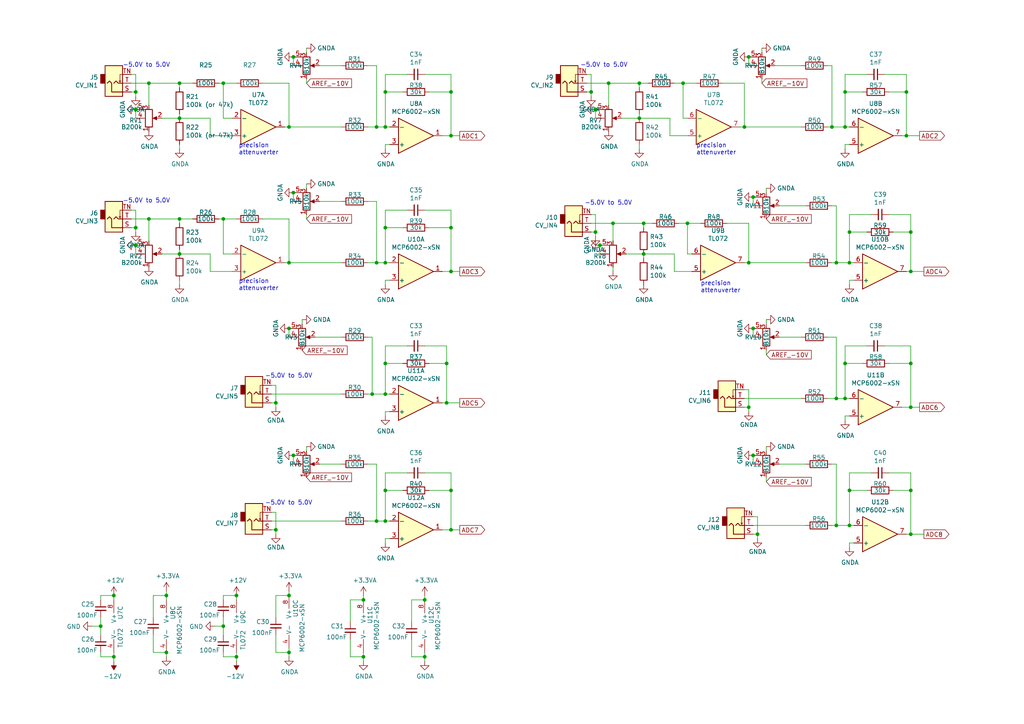
<source format=kicad_sch>
(kicad_sch (version 20211123) (generator eeschema)
  (paper "A4")
  (junction (at 186.69 73.66))
  (junction (at 215.9 36.83))
  (junction (at 83.82 95.25))
  (junction (at 123.19 173.99))
  (junction (at 83.82 189.23))
  (junction (at 64.77 63.5))
  (junction (at 68.58 190.5))
  (junction (at 245.11 36.83))
  (junction (at 109.22 36.83))
  (junction (at 111.76 142.24))
  (junction (at 217.17 16.51))
  (junction (at 172.72 67.31))
  (junction (at 245.11 105.41))
  (junction (at 264.16 154.94))
  (junction (at 264.16 78.74))
  (junction (at 29.21 181.61))
  (junction (at 173.99 71.12))
  (junction (at 185.42 24.13))
  (junction (at 52.07 34.29))
  (junction (at 245.11 115.57))
  (junction (at 39.37 26.67))
  (junction (at 39.37 71.12))
  (junction (at 245.11 26.67))
  (junction (at 242.57 76.2))
  (junction (at 218.44 57.15))
  (junction (at 218.44 132.08))
  (junction (at 129.54 116.84))
  (junction (at 130.81 153.67))
  (junction (at 111.76 26.67))
  (junction (at 129.54 105.41))
  (junction (at 43.18 63.5))
  (junction (at 52.07 73.66))
  (junction (at 109.22 76.2))
  (junction (at 105.41 173.99))
  (junction (at 130.81 39.37))
  (junction (at 48.26 172.72))
  (junction (at 111.76 36.83))
  (junction (at 217.17 76.2))
  (junction (at 172.72 31.75))
  (junction (at 217.17 118.11))
  (junction (at 262.89 39.37))
  (junction (at 107.95 114.3))
  (junction (at 130.81 78.74))
  (junction (at 52.07 24.13))
  (junction (at 111.76 114.3))
  (junction (at 85.09 132.08))
  (junction (at 52.07 63.5))
  (junction (at 64.77 24.13))
  (junction (at 39.37 66.04))
  (junction (at 105.41 190.5))
  (junction (at 242.57 115.57))
  (junction (at 246.38 76.2))
  (junction (at 83.82 36.83))
  (junction (at 111.76 105.41))
  (junction (at 85.09 16.51))
  (junction (at 177.8 64.77))
  (junction (at 264.16 105.41))
  (junction (at 39.37 31.75))
  (junction (at 33.02 190.5))
  (junction (at 198.12 24.13))
  (junction (at 241.3 36.83))
  (junction (at 64.77 181.61))
  (junction (at 33.02 172.72))
  (junction (at 264.16 142.24))
  (junction (at 111.76 151.13))
  (junction (at 199.39 64.77))
  (junction (at 171.45 26.67))
  (junction (at 130.81 26.67))
  (junction (at 80.01 116.84))
  (junction (at 264.16 67.31))
  (junction (at 218.44 95.25))
  (junction (at 83.82 172.72))
  (junction (at 219.71 154.94))
  (junction (at 109.22 151.13))
  (junction (at 246.38 142.24))
  (junction (at 242.57 152.4))
  (junction (at 176.53 24.13))
  (junction (at 123.19 190.5))
  (junction (at 264.16 118.11))
  (junction (at 43.18 24.13))
  (junction (at 68.58 172.72))
  (junction (at 80.01 153.67))
  (junction (at 185.42 34.29))
  (junction (at 85.09 55.88))
  (junction (at 111.76 76.2))
  (junction (at 262.89 26.67))
  (junction (at 130.81 142.24))
  (junction (at 246.38 152.4))
  (junction (at 186.69 64.77))
  (junction (at 246.38 67.31))
  (junction (at 83.82 76.2))
  (junction (at 130.81 66.04))
  (junction (at 111.76 66.04))
  (junction (at 48.26 189.23))
  (wire (pts (xy 209.55 24.13) (xy 215.9 24.13)))
  (wire (pts (xy 264.16 78.74) (xy 262.89 78.74)))
  (wire (pts (xy 111.76 41.91) (xy 113.03 41.91)))
  (wire (pts (xy 264.16 100.33) (xy 264.16 105.41)))
  (wire (pts (xy 257.81 137.16) (xy 264.16 137.16)))
  (wire (pts (xy 217.17 76.2) (xy 233.68 76.2)))
  (wire (pts (xy 171.45 26.67) (xy 170.18 26.67)))
  (wire (pts (xy 118.11 100.33) (xy 111.76 100.33)))
  (wire (pts (xy 111.76 36.83) (xy 109.22 36.83)))
  (wire (pts (xy 62.23 181.61) (xy 64.77 181.61)))
  (wire (pts (xy 111.76 76.2) (xy 109.22 76.2)))
  (wire (pts (xy 85.09 16.51) (xy 85.09 19.05)))
  (wire (pts (xy 226.06 134.62) (xy 233.68 134.62)))
  (wire (pts (xy 177.8 64.77) (xy 186.69 64.77)))
  (wire (pts (xy 52.07 82.55) (xy 52.07 81.28)))
  (wire (pts (xy 246.38 67.31) (xy 251.46 67.31)))
  (wire (pts (xy 46.99 34.29) (xy 52.07 34.29)))
  (wire (pts (xy 52.07 64.77) (xy 52.07 63.5)))
  (wire (pts (xy 123.19 190.5) (xy 123.19 189.23)))
  (wire (pts (xy 129.54 105.41) (xy 129.54 116.84)))
  (wire (pts (xy 218.44 152.4) (xy 233.68 152.4)))
  (wire (pts (xy 111.76 21.59) (xy 111.76 26.67)))
  (wire (pts (xy 109.22 151.13) (xy 106.68 151.13)))
  (wire (pts (xy 176.53 30.48) (xy 176.53 24.13)))
  (wire (pts (xy 267.97 78.74) (xy 264.16 78.74)))
  (wire (pts (xy 215.9 36.83) (xy 214.63 36.83)))
  (wire (pts (xy 111.76 151.13) (xy 111.76 142.24)))
  (wire (pts (xy 83.82 190.5) (xy 83.82 189.23)))
  (wire (pts (xy 39.37 21.59) (xy 39.37 26.67)))
  (wire (pts (xy 218.44 132.08) (xy 218.44 134.62)))
  (wire (pts (xy 219.71 149.86) (xy 219.71 154.94)))
  (wire (pts (xy 130.81 137.16) (xy 130.81 142.24)))
  (wire (pts (xy 78.74 114.3) (xy 99.06 114.3)))
  (wire (pts (xy 246.38 36.83) (xy 245.11 36.83)))
  (wire (pts (xy 217.17 118.11) (xy 215.9 118.11)))
  (wire (pts (xy 52.07 43.18) (xy 52.07 41.91)))
  (wire (pts (xy 257.81 26.67) (xy 262.89 26.67)))
  (wire (pts (xy 217.17 16.51) (xy 217.17 19.05)))
  (wire (pts (xy 80.01 153.67) (xy 78.74 153.67)))
  (wire (pts (xy 106.68 134.62) (xy 109.22 134.62)))
  (wire (pts (xy 185.42 43.18) (xy 185.42 41.91)))
  (wire (pts (xy 222.25 102.87) (xy 222.25 101.6)))
  (wire (pts (xy 111.76 82.55) (xy 111.76 81.28)))
  (wire (pts (xy 43.18 24.13) (xy 52.07 24.13)))
  (wire (pts (xy 60.96 73.66) (xy 60.96 78.74)))
  (wire (pts (xy 80.01 189.23) (xy 83.82 189.23)))
  (wire (pts (xy 44.45 179.07) (xy 44.45 172.72)))
  (wire (pts (xy 111.76 151.13) (xy 109.22 151.13)))
  (wire (pts (xy 78.74 151.13) (xy 99.06 151.13)))
  (wire (pts (xy 172.72 67.31) (xy 171.45 67.31)))
  (wire (pts (xy 68.58 190.5) (xy 64.77 190.5)))
  (wire (pts (xy 226.06 59.69) (xy 233.68 59.69)))
  (wire (pts (xy 173.99 71.12) (xy 173.99 73.66)))
  (wire (pts (xy 111.76 114.3) (xy 107.95 114.3)))
  (wire (pts (xy 68.58 172.72) (xy 68.58 173.99)))
  (wire (pts (xy 64.77 181.61) (xy 64.77 184.15)))
  (wire (pts (xy 266.7 118.11) (xy 264.16 118.11)))
  (wire (pts (xy 111.76 100.33) (xy 111.76 105.41)))
  (wire (pts (xy 123.19 172.72) (xy 123.19 173.99)))
  (wire (pts (xy 199.39 73.66) (xy 200.66 73.66)))
  (wire (pts (xy 43.18 30.48) (xy 43.18 24.13)))
  (wire (pts (xy 33.02 172.72) (xy 33.02 173.99)))
  (wire (pts (xy 215.9 24.13) (xy 215.9 36.83)))
  (wire (pts (xy 52.07 63.5) (xy 55.88 63.5)))
  (wire (pts (xy 222.25 139.7) (xy 222.25 138.43)))
  (wire (pts (xy 85.09 55.88) (xy 85.09 58.42)))
  (wire (pts (xy 92.71 19.05) (xy 99.06 19.05)))
  (wire (pts (xy 245.11 121.92) (xy 245.11 120.65)))
  (wire (pts (xy 80.01 184.15) (xy 80.01 189.23)))
  (wire (pts (xy 39.37 60.96) (xy 39.37 66.04)))
  (wire (pts (xy 123.19 100.33) (xy 129.54 100.33)))
  (wire (pts (xy 259.08 142.24) (xy 264.16 142.24)))
  (wire (pts (xy 64.77 73.66) (xy 67.31 73.66)))
  (wire (pts (xy 130.81 39.37) (xy 128.27 39.37)))
  (wire (pts (xy 52.07 25.4) (xy 52.07 24.13)))
  (wire (pts (xy 123.19 191.77) (xy 123.19 190.5)))
  (wire (pts (xy 80.01 148.59) (xy 80.01 153.67)))
  (wire (pts (xy 245.11 115.57) (xy 245.11 105.41)))
  (wire (pts (xy 220.98 24.13) (xy 220.98 22.86)))
  (wire (pts (xy 241.3 134.62) (xy 242.57 134.62)))
  (wire (pts (xy 111.76 60.96) (xy 111.76 66.04)))
  (wire (pts (xy 124.46 26.67) (xy 130.81 26.67)))
  (wire (pts (xy 256.54 100.33) (xy 264.16 100.33)))
  (wire (pts (xy 80.01 179.07) (xy 80.01 172.72)))
  (wire (pts (xy 38.1 63.5) (xy 43.18 63.5)))
  (wire (pts (xy 240.03 97.79) (xy 242.57 97.79)))
  (wire (pts (xy 217.17 64.77) (xy 217.17 76.2)))
  (wire (pts (xy 246.38 158.75) (xy 246.38 157.48)))
  (wire (pts (xy 180.34 34.29) (xy 185.42 34.29)))
  (wire (pts (xy 262.89 26.67) (xy 262.89 39.37)))
  (wire (pts (xy 52.07 72.39) (xy 52.07 73.66)))
  (wire (pts (xy 245.11 26.67) (xy 250.19 26.67)))
  (wire (pts (xy 199.39 64.77) (xy 199.39 73.66)))
  (wire (pts (xy 118.11 137.16) (xy 111.76 137.16)))
  (wire (pts (xy 246.38 152.4) (xy 242.57 152.4)))
  (wire (pts (xy 106.68 58.42) (xy 109.22 58.42)))
  (wire (pts (xy 242.57 115.57) (xy 240.03 115.57)))
  (wire (pts (xy 43.18 69.85) (xy 43.18 63.5)))
  (wire (pts (xy 246.38 81.28) (xy 247.65 81.28)))
  (wire (pts (xy 52.07 34.29) (xy 60.96 34.29)))
  (wire (pts (xy 68.58 172.72) (xy 64.77 172.72)))
  (wire (pts (xy 224.79 19.05) (xy 232.41 19.05)))
  (wire (pts (xy 39.37 66.04) (xy 38.1 66.04)))
  (wire (pts (xy 266.7 39.37) (xy 262.89 39.37)))
  (wire (pts (xy 39.37 71.12) (xy 39.37 73.66)))
  (wire (pts (xy 133.35 153.67) (xy 130.81 153.67)))
  (wire (pts (xy 185.42 34.29) (xy 194.31 34.29)))
  (wire (pts (xy 83.82 76.2) (xy 82.55 76.2)))
  (wire (pts (xy 88.9 53.34) (xy 88.9 54.61)))
  (wire (pts (xy 88.9 63.5) (xy 88.9 62.23)))
  (wire (pts (xy 88.9 24.13) (xy 88.9 22.86)))
  (wire (pts (xy 39.37 67.31) (xy 39.37 66.04)))
  (wire (pts (xy 85.09 132.08) (xy 85.09 134.62)))
  (wire (pts (xy 129.54 100.33) (xy 129.54 105.41)))
  (wire (pts (xy 83.82 36.83) (xy 82.55 36.83)))
  (wire (pts (xy 226.06 97.79) (xy 232.41 97.79)))
  (wire (pts (xy 92.71 58.42) (xy 99.06 58.42)))
  (wire (pts (xy 106.68 97.79) (xy 107.95 97.79)))
  (wire (pts (xy 76.2 63.5) (xy 83.82 63.5)))
  (wire (pts (xy 38.1 60.96) (xy 39.37 60.96)))
  (wire (pts (xy 241.3 36.83) (xy 240.03 36.83)))
  (wire (pts (xy 48.26 190.5) (xy 48.26 189.23)))
  (wire (pts (xy 133.35 116.84) (xy 129.54 116.84)))
  (wire (pts (xy 242.57 59.69) (xy 242.57 76.2)))
  (wire (pts (xy 246.38 157.48) (xy 247.65 157.48)))
  (wire (pts (xy 264.16 62.23) (xy 264.16 67.31)))
  (wire (pts (xy 52.07 24.13) (xy 55.88 24.13)))
  (wire (pts (xy 64.77 63.5) (xy 64.77 73.66)))
  (wire (pts (xy 109.22 76.2) (xy 106.68 76.2)))
  (wire (pts (xy 247.65 76.2) (xy 246.38 76.2)))
  (wire (pts (xy 80.01 172.72) (xy 83.82 172.72)))
  (wire (pts (xy 245.11 21.59) (xy 245.11 26.67)))
  (wire (pts (xy 105.41 191.77) (xy 105.41 190.5)))
  (wire (pts (xy 264.16 118.11) (xy 261.62 118.11)))
  (wire (pts (xy 92.71 134.62) (xy 99.06 134.62)))
  (wire (pts (xy 242.57 97.79) (xy 242.57 115.57)))
  (wire (pts (xy 48.26 171.45) (xy 48.26 172.72)))
  (wire (pts (xy 113.03 151.13) (xy 111.76 151.13)))
  (wire (pts (xy 246.38 142.24) (xy 251.46 142.24)))
  (wire (pts (xy 64.77 24.13) (xy 68.58 24.13)))
  (wire (pts (xy 252.73 62.23) (xy 246.38 62.23)))
  (wire (pts (xy 185.42 33.02) (xy 185.42 34.29)))
  (wire (pts (xy 186.69 64.77) (xy 189.23 64.77)))
  (wire (pts (xy 109.22 58.42) (xy 109.22 76.2)))
  (wire (pts (xy 29.21 179.07) (xy 29.21 181.61)))
  (wire (pts (xy 44.45 189.23) (xy 48.26 189.23)))
  (wire (pts (xy 63.5 24.13) (xy 64.77 24.13)))
  (wire (pts (xy 245.11 36.83) (xy 245.11 26.67)))
  (wire (pts (xy 194.31 34.29) (xy 194.31 39.37)))
  (wire (pts (xy 101.6 185.42) (xy 101.6 190.5)))
  (wire (pts (xy 111.76 157.48) (xy 111.76 156.21)))
  (wire (pts (xy 198.12 34.29) (xy 199.39 34.29)))
  (wire (pts (xy 111.76 26.67) (xy 116.84 26.67)))
  (wire (pts (xy 171.45 21.59) (xy 171.45 26.67)))
  (wire (pts (xy 130.81 153.67) (xy 128.27 153.67)))
  (wire (pts (xy 198.12 24.13) (xy 198.12 34.29)))
  (wire (pts (xy 130.81 66.04) (xy 130.81 78.74)))
  (wire (pts (xy 198.12 24.13) (xy 201.93 24.13)))
  (wire (pts (xy 185.42 24.13) (xy 187.96 24.13)))
  (wire (pts (xy 172.72 62.23) (xy 172.72 67.31)))
  (wire (pts (xy 246.38 115.57) (xy 245.11 115.57)))
  (wire (pts (xy 109.22 19.05) (xy 109.22 36.83)))
  (wire (pts (xy 113.03 76.2) (xy 111.76 76.2)))
  (wire (pts (xy 251.46 21.59) (xy 245.11 21.59)))
  (wire (pts (xy 215.9 36.83) (xy 232.41 36.83)))
  (wire (pts (xy 257.81 62.23) (xy 264.16 62.23)))
  (wire (pts (xy 64.77 179.07) (xy 64.77 181.61)))
  (wire (pts (xy 124.46 105.41) (xy 129.54 105.41)))
  (wire (pts (xy 118.11 60.96) (xy 111.76 60.96)))
  (wire (pts (xy 60.96 39.37) (xy 67.31 39.37)))
  (wire (pts (xy 245.11 43.18) (xy 245.11 41.91)))
  (wire (pts (xy 196.85 64.77) (xy 199.39 64.77)))
  (wire (pts (xy 240.03 19.05) (xy 241.3 19.05)))
  (wire (pts (xy 195.58 73.66) (xy 195.58 78.74)))
  (wire (pts (xy 111.76 66.04) (xy 116.84 66.04)))
  (wire (pts (xy 52.07 33.02) (xy 52.07 34.29)))
  (wire (pts (xy 64.77 24.13) (xy 64.77 34.29)))
  (wire (pts (xy 123.19 21.59) (xy 130.81 21.59)))
  (wire (pts (xy 251.46 100.33) (xy 245.11 100.33)))
  (wire (pts (xy 39.37 26.67) (xy 38.1 26.67)))
  (wire (pts (xy 64.77 34.29) (xy 67.31 34.29)))
  (wire (pts (xy 107.95 97.79) (xy 107.95 114.3)))
  (wire (pts (xy 130.81 26.67) (xy 130.81 39.37)))
  (wire (pts (xy 80.01 116.84) (xy 78.74 116.84)))
  (wire (pts (xy 111.76 142.24) (xy 116.84 142.24)))
  (wire (pts (xy 129.54 116.84) (xy 128.27 116.84)))
  (wire (pts (xy 181.61 73.66) (xy 186.69 73.66)))
  (wire (pts (xy 195.58 78.74) (xy 200.66 78.74)))
  (wire (pts (xy 247.65 152.4) (xy 246.38 152.4)))
  (wire (pts (xy 33.02 189.23) (xy 33.02 190.5)))
  (wire (pts (xy 222.25 129.54) (xy 222.25 130.81)))
  (wire (pts (xy 80.01 154.94) (xy 80.01 153.67)))
  (wire (pts (xy 83.82 63.5) (xy 83.82 76.2)))
  (wire (pts (xy 259.08 67.31) (xy 264.16 67.31)))
  (wire (pts (xy 177.8 69.85) (xy 177.8 64.77)))
  (wire (pts (xy 195.58 24.13) (xy 198.12 24.13)))
  (wire (pts (xy 133.35 39.37) (xy 130.81 39.37)))
  (wire (pts (xy 130.81 21.59) (xy 130.81 26.67)))
  (wire (pts (xy 123.19 137.16) (xy 130.81 137.16)))
  (wire (pts (xy 38.1 24.13) (xy 43.18 24.13)))
  (wire (pts (xy 194.31 39.37) (xy 199.39 39.37)))
  (wire (pts (xy 219.71 156.21) (xy 219.71 154.94)))
  (wire (pts (xy 88.9 129.54) (xy 88.9 130.81)))
  (wire (pts (xy 83.82 36.83) (xy 99.06 36.83)))
  (wire (pts (xy 222.25 92.71) (xy 222.25 93.98)))
  (wire (pts (xy 186.69 73.66) (xy 186.69 74.93)))
  (wire (pts (xy 222.25 54.61) (xy 222.25 55.88)))
  (wire (pts (xy 242.57 152.4) (xy 241.3 152.4)))
  (wire (pts (xy 26.67 181.61) (xy 29.21 181.61)))
  (wire (pts (xy 52.07 73.66) (xy 60.96 73.66)))
  (wire (pts (xy 177.8 78.74) (xy 177.8 77.47)))
  (wire (pts (xy 219.71 154.94) (xy 218.44 154.94)))
  (wire (pts (xy 105.41 172.72) (xy 105.41 173.99)))
  (wire (pts (xy 113.03 36.83) (xy 111.76 36.83)))
  (wire (pts (xy 246.38 152.4) (xy 246.38 142.24)))
  (wire (pts (xy 124.46 142.24) (xy 130.81 142.24)))
  (wire (pts (xy 88.9 13.97) (xy 88.9 15.24)))
  (wire (pts (xy 245.11 120.65) (xy 246.38 120.65)))
  (wire (pts (xy 64.77 190.5) (xy 64.77 189.23)))
  (wire (pts (xy 245.11 115.57) (xy 242.57 115.57)))
  (wire (pts (xy 217.17 76.2) (xy 215.9 76.2)))
  (wire (pts (xy 83.82 24.13) (xy 83.82 36.83)))
  (wire (pts (xy 210.82 64.77) (xy 217.17 64.77)))
  (wire (pts (xy 264.16 67.31) (xy 264.16 78.74)))
  (wire (pts (xy 264.16 154.94) (xy 262.89 154.94)))
  (wire (pts (xy 185.42 25.4) (xy 185.42 24.13)))
  (wire (pts (xy 111.76 120.65) (xy 111.76 119.38)))
  (wire (pts (xy 111.76 156.21) (xy 113.03 156.21)))
  (wire (pts (xy 105.41 190.5) (xy 105.41 189.23)))
  (wire (pts (xy 118.11 21.59) (xy 111.76 21.59)))
  (wire (pts (xy 170.18 21.59) (xy 171.45 21.59)))
  (wire (pts (xy 241.3 19.05) (xy 241.3 36.83)))
  (wire (pts (xy 111.76 36.83) (xy 111.76 26.67)))
  (wire (pts (xy 218.44 149.86) (xy 219.71 149.86)))
  (wire (pts (xy 172.72 31.75) (xy 172.72 34.29)))
  (wire (pts (xy 172.72 68.58) (xy 172.72 67.31)))
  (wire (pts (xy 83.82 95.25) (xy 83.82 97.79)))
  (wire (pts (xy 246.38 137.16) (xy 246.38 142.24)))
  (wire (pts (xy 48.26 172.72) (xy 48.26 173.99)))
  (wire (pts (xy 107.95 114.3) (xy 106.68 114.3)))
  (wire (pts (xy 262.89 21.59) (xy 262.89 26.67)))
  (wire (pts (xy 111.76 137.16) (xy 111.76 142.24)))
  (wire (pts (xy 83.82 76.2) (xy 99.06 76.2)))
  (wire (pts (xy 171.45 64.77) (xy 177.8 64.77)))
  (wire (pts (xy 111.76 119.38) (xy 113.03 119.38)))
  (wire (pts (xy 111.76 114.3) (xy 111.76 105.41)))
  (wire (pts (xy 257.81 105.41) (xy 264.16 105.41)))
  (wire (pts (xy 43.18 63.5) (xy 52.07 63.5)))
  (wire (pts (xy 218.44 95.25) (xy 218.44 97.79)))
  (wire (pts (xy 44.45 184.15) (xy 44.45 189.23)))
  (wire (pts (xy 262.89 39.37) (xy 261.62 39.37)))
  (wire (pts (xy 33.02 190.5) (xy 29.21 190.5)))
  (wire (pts (xy 80.01 111.76) (xy 80.01 116.84)))
  (wire (pts (xy 246.38 76.2) (xy 242.57 76.2)))
  (wire (pts (xy 76.2 24.13) (xy 83.82 24.13)))
  (wire (pts (xy 171.45 62.23) (xy 172.72 62.23)))
  (wire (pts (xy 39.37 27.94) (xy 39.37 26.67)))
  (wire (pts (xy 130.81 78.74) (xy 128.27 78.74)))
  (wire (pts (xy 38.1 21.59) (xy 39.37 21.59)))
  (wire (pts (xy 91.44 97.79) (xy 99.06 97.79)))
  (wire (pts (xy 242.57 76.2) (xy 241.3 76.2)))
  (wire (pts (xy 80.01 118.11) (xy 80.01 116.84)))
  (wire (pts (xy 130.81 142.24) (xy 130.81 153.67)))
  (wire (pts (xy 60.96 34.29) (xy 60.96 39.37)))
  (wire (pts (xy 186.69 73.66) (xy 195.58 73.66)))
  (wire (pts (xy 68.58 190.5) (xy 68.58 191.77)))
  (wire (pts (xy 113.03 114.3) (xy 111.76 114.3)))
  (wire (pts (xy 78.74 111.76) (xy 80.01 111.76)))
  (wire (pts (xy 176.53 24.13) (xy 185.42 24.13)))
  (wire (pts (xy 119.38 185.42) (xy 119.38 190.5)))
  (wire (pts (xy 246.38 76.2) (xy 246.38 67.31)))
  (wire (pts (xy 170.18 24.13) (xy 176.53 24.13)))
  (wire (pts (xy 245.11 100.33) (xy 245.11 105.41)))
  (wire (pts (xy 242.57 134.62) (xy 242.57 152.4)))
  (wire (pts (xy 241.3 59.69) (xy 242.57 59.69)))
  (wire (pts (xy 217.17 113.03) (xy 217.17 118.11)))
  (wire (pts (xy 33.02 172.72) (xy 29.21 172.72)))
  (wire (pts (xy 246.38 62.23) (xy 246.38 67.31)))
  (wire (pts (xy 83.82 189.23) (xy 83.82 187.96)))
  (wire (pts (xy 83.82 171.45) (xy 83.82 172.72)))
  (wire (pts (xy 119.38 180.34) (xy 119.38 173.99)))
  (wire (pts (xy 130.81 60.96) (xy 130.81 66.04)))
  (wire (pts (xy 64.77 172.72) (xy 64.77 173.99)))
  (wire (pts (xy 60.96 78.74) (xy 67.31 78.74)))
  (wire (pts (xy 217.17 119.38) (xy 217.17 118.11)))
  (wire (pts (xy 101.6 190.5) (xy 105.41 190.5)))
  (wire (pts (xy 220.98 13.97) (xy 220.98 15.24)))
  (wire (pts (xy 29.21 181.61) (xy 29.21 184.15)))
  (wire (pts (xy 245.11 36.83) (xy 241.3 36.83)))
  (wire (pts (xy 245.11 105.41) (xy 250.19 105.41)))
  (wire (pts (xy 123.19 60.96) (xy 130.81 60.96)))
  (wire (pts (xy 124.46 66.04) (xy 130.81 66.04)))
  (wire (pts (xy 106.68 19.05) (xy 109.22 19.05)))
  (wire (pts (xy 109.22 134.62) (xy 109.22 151.13)))
  (wire (pts (xy 215.9 115.57) (xy 232.41 115.57)))
  (wire (pts (xy 252.73 137.16) (xy 246.38 137.16)))
  (wire (pts (xy 101.6 180.34) (xy 101.6 173.99)))
  (wire (pts (xy 111.76 76.2) (xy 111.76 66.04)))
  (wire (pts (xy 267.97 154.94) (xy 264.16 154.94)))
  (wire (pts (xy 78.74 148.59) (xy 80.01 148.59)))
  (wire (pts (xy 29.21 172.72) (xy 29.21 173.99)))
  (wire (pts (xy 29.21 190.5) (xy 29.21 189.23)))
  (wire (pts (xy 264.16 142.24) (xy 264.16 154.94)))
  (wire (pts (xy 63.5 63.5) (xy 64.77 63.5)))
  (wire (pts (xy 111.76 81.28) (xy 113.03 81.28)))
  (wire (pts (xy 44.45 172.72) (xy 48.26 172.72)))
  (wire (pts (xy 186.69 66.04) (xy 186.69 64.77)))
  (wire (pts (xy 171.45 27.94) (xy 171.45 26.67)))
  (wire (pts (xy 245.11 41.91) (xy 246.38 41.91)))
  (wire (pts (xy 264.16 137.16) (xy 264.16 142.24)))
  (wire (pts (xy 111.76 105.41) (xy 116.84 105.41)))
  (wire (pts (xy 39.37 31.75) (xy 39.37 34.29)))
  (wire (pts (xy 68.58 189.23) (xy 68.58 190.5)))
  (wire (pts (xy 46.99 73.66) (xy 52.07 73.66)))
  (wire (pts (xy 119.38 190.5) (xy 123.19 190.5)))
  (wire (pts (xy 111.76 43.18) (xy 111.76 41.91)))
  (wire (pts (xy 246.38 82.55) (xy 246.38 81.28)))
  (wire (pts (xy 215.9 113.03) (xy 217.17 113.03)))
  (wire (pts (xy 33.02 190.5) (xy 33.02 191.77)))
  (wire (pts (xy 64.77 63.5) (xy 68.58 63.5)))
  (wire (pts (xy 256.54 21.59) (xy 262.89 21.59)))
  (wire (pts (xy 109.22 36.83) (xy 106.68 36.83)))
  (wire (pts (xy 119.38 173.99) (xy 123.19 173.99)))
  (wire (pts (xy 133.35 78.74) (xy 130.81 78.74)))
  (wire (pts (xy 218.44 57.15) (xy 218.44 59.69)))
  (wire (pts (xy 199.39 64.77) (xy 203.2 64.77)))
  (wire (pts (xy 264.16 105.41) (xy 264.16 118.11)))
  (wire (pts (xy 101.6 173.99) (xy 105.41 173.99)))
  (wire (pts (xy 87.63 92.71) (xy 87.63 93.98)))
  (text "-5.0V to 5.0V" (at 168.275 19.685 0) (effects (font (size 1.27 1.27)) (justify left bottom)))
  (text "precision\nattenuverter" (at 69.215 84.455 0) (effects (font (size 1.27 1.27)) (justify left bottom)))
  (text "-5.0V to 5.0V" (at 76.835 109.855 0) (effects (font (size 1.27 1.27)) (justify left bottom)))
  (text "-5.0V to 5.0V" (at 35.56 19.685 0) (effects (font (size 1.27 1.27)) (justify left bottom)))
  (text "-5.0V to 5.0V" (at 35.56 59.055 0) (effects (font (size 1.27 1.27)) (justify left bottom)))
  (text "precision\nattenuverter" (at 203.2 85.09 0) (effects (font (size 1.27 1.27)) (justify left bottom)))
  (text "-5.0V to 5.0V" (at 76.835 146.685 0) (effects (font (size 1.27 1.27)) (justify left bottom)))
  (text "precision\nattenuverter" (at 69.215 45.085 0) (effects (font (size 1.27 1.27)) (justify left bottom)))
  (text "precision\nattenuverter" (at 201.93 45.085 0) (effects (font (size 1.27 1.27)) (justify left bottom)))
  (text "-5.0V to 5.0V" (at 169.545 59.69 0) (effects (font (size 1.27 1.27)) (justify left bottom)))
  (global_label "ADC5" (shape output) (at 133.35 116.84 0) (property "Intersheet References" "${INTERSHEET_REFS}" (effects hide)))
  (global_label "ADC1" (shape output) (at 133.35 39.37 0) (property "Intersheet References" "${INTERSHEET_REFS}" (effects hide)))
  (global_label "ADC3" (shape output) (at 133.35 78.74 0) (property "Intersheet References" "${INTERSHEET_REFS}" (effects hide)))
  (global_label "AREF_-10V" (shape input) (at 220.98 24.13 0) (property "Intersheet References" "${INTERSHEET_REFS}" (effects hide)))
  (global_label "ADC6" (shape output) (at 266.7 118.11 0) (property "Intersheet References" "${INTERSHEET_REFS}" (effects hide)))
  (global_label "AREF_-10V" (shape input) (at 87.63 101.6 0) (property "Intersheet References" "${INTERSHEET_REFS}" (effects hide)))
  (global_label "AREF_-10V" (shape input) (at 88.9 63.5 0) (property "Intersheet References" "${INTERSHEET_REFS}" (effects hide)))
  (global_label "ADC7" (shape output) (at 133.35 153.67 0) (property "Intersheet References" "${INTERSHEET_REFS}" (effects hide)))
  (global_label "ADC4" (shape output) (at 267.97 78.74 0) (property "Intersheet References" "${INTERSHEET_REFS}" (effects hide)))
  (global_label "AREF_-10V" (shape input) (at 88.9 24.13 0) (property "Intersheet References" "${INTERSHEET_REFS}" (effects hide)))
  (global_label "AREF_-10V" (shape input) (at 222.25 63.5 0) (property "Intersheet References" "${INTERSHEET_REFS}" (effects hide)))
  (global_label "AREF_-10V" (shape input) (at 222.25 102.87 0) (property "Intersheet References" "${INTERSHEET_REFS}" (effects hide)))
  (global_label "AREF_-10V" (shape input) (at 222.25 139.7 0) (property "Intersheet References" "${INTERSHEET_REFS}" (effects hide)))
  (global_label "AREF_-10V" (shape input) (at 88.9 138.43 0) (property "Intersheet References" "${INTERSHEET_REFS}" (effects hide)))
  (global_label "ADC2" (shape output) (at 266.7 39.37 0) (property "Intersheet References" "${INTERSHEET_REFS}" (effects hide)))
  (global_label "ADC8" (shape output) (at 267.97 154.94 0) (property "Intersheet References" "${INTERSHEET_REFS}" (effects hide)))
  (symbol (lib_id "power:+12V") (at 33.02 172.72 0) (unit 1)
    (property "Reference" "#PWR053" (effects hide))
    (property "Value" "+12V" (at 33.401 168.3258 0))
  )
  (symbol (lib_id "power:-12V") (at 33.02 191.77 180) (unit 1)
    (property "Reference" "#PWR054" (effects hide))
    (property "Value" "-12V" (at 32.639 196.1642 0))
  )
  (symbol (lib_id "Device:C_Small") (at 29.21 176.53 0) (unit 1)
    (property "Reference" "C25" (at 23.495 175.26 0) (effects (justify left)))
    (property "Value" "100nF" (at 22.225 178.435 0) (effects (justify left)))
    (property "Footprint" "Capacitor_SMD:C_0603_1608Metric_Pad1.08x0.95mm_HandSolder" (effects hide))
    (property "LCSC" "C14663" (effects hide))
  )
  (symbol (lib_id "Device:C_Small") (at 29.21 186.69 0) (unit 1)
    (property "Reference" "C26" (at 23.495 185.42 0) (effects (justify left)))
    (property "Value" "100nF" (at 22.225 188.595 0) (effects (justify left)))
    (property "Footprint" "Capacitor_SMD:C_0603_1608Metric_Pad1.08x0.95mm_HandSolder" (effects hide))
    (property "LCSC" "C14663" (effects hide))
  )
  (symbol (lib_id "power:GND") (at 26.67 181.61 270) (unit 1)
    (property "Reference" "#PWR052" (effects hide))
    (property "Value" "GND" (at 23.4188 181.737 90) (effects (justify right)))
  )
  (symbol (lib_id "Device:R") (at 72.39 24.13 270) (unit 1)
    (property "Reference" "R27" (at 72.39 18.8722 90))
    (property "Value" "100k" (at 72.39 24.13 90))
    (property "Footprint" "Resistor_SMD:R_0603_1608Metric_Pad0.98x0.95mm_HandSolder" (effects hide))
    (property "LCSC" "C25803" (effects hide))
  )
  (symbol (lib_id "Device:R") (at 59.69 24.13 270) (unit 1)
    (property "Reference" "R25" (at 59.69 18.8722 90))
    (property "Value" "100k" (at 59.69 24.13 90))
    (property "Footprint" "Resistor_SMD:R_0603_1608Metric_Pad0.98x0.95mm_HandSolder" (effects hide))
    (property "LCSC" "C25803" (effects hide))
  )
  (symbol (lib_id "Device:R") (at 52.07 29.21 0) (unit 1)
    (property "Reference" "R21" (at 53.848 28.0416 0) (effects (justify left)))
    (property "Value" "100k (or 47k)" (at 53.848 30.353 0) (effects (justify left)))
    (property "Footprint" "Resistor_SMD:R_0603_1608Metric_Pad0.98x0.95mm_HandSolder" (effects hide))
    (property "LCSC" "C25803" (effects hide))
  )
  (symbol (lib_id "Device:R") (at 52.07 38.1 0) (unit 1)
    (property "Reference" "R22" (at 53.848 36.9316 0) (effects (justify left)))
    (property "Value" "100k (or 47k)" (at 53.848 39.243 0) (effects (justify left)))
    (property "Footprint" "Resistor_SMD:R_0603_1608Metric_Pad0.98x0.95mm_HandSolder" (effects hide))
    (property "LCSC" "C25803" (effects hide))
  )
  (symbol (lib_id "Connector:AudioJack2_SwitchT") (at 33.02 24.13 0) (mirror x) (unit 1)
    (property "Reference" "J5" (at 28.4734 22.4282 0) (effects (justify right)))
    (property "Value" "CV_IN1" (at 28.4734 24.7396 0) (effects (justify right)))
    (property "Footprint" "foots:WQP-PJ301M" (effects hide))
    (property "LCSC" "-" (effects hide))
  )
  (symbol (lib_id "Device:R") (at 102.87 36.83 270) (unit 1)
    (property "Reference" "R32" (at 102.87 34.925 90))
    (property "Value" "100k" (at 102.87 36.83 90))
    (property "Footprint" "Resistor_SMD:R_0603_1608Metric_Pad0.98x0.95mm_HandSolder" (effects hide))
    (property "LCSC" "C25803" (effects hide))
  )
  (symbol (lib_id "Device:R") (at 120.65 26.67 270) (unit 1)
    (property "Reference" "R38" (at 120.65 24.765 90))
    (property "Value" "30k" (at 120.65 26.67 90))
    (property "Footprint" "Resistor_SMD:R_0603_1608Metric_Pad0.98x0.95mm_HandSolder" (effects hide))
    (property "LCSC" "C22984" (effects hide))
  )
  (symbol (lib_id "Device:C_Small") (at 120.65 21.59 270) (unit 1)
    (property "Reference" "C34" (at 120.65 15.7734 90))
    (property "Value" "1nF" (at 120.65 18.0848 90))
    (property "Footprint" "Capacitor_SMD:C_0603_1608Metric_Pad1.08x0.95mm_HandSolder" (effects hide))
    (property "LCSC" "C1588" (effects hide))
  )
  (symbol (lib_id "power:GNDA") (at 39.37 27.94 0) (unit 1)
    (property "Reference" "#PWR055" (effects hide))
    (property "Value" "GNDA" (at 39.37 31.75 0))
  )
  (symbol (lib_id "power:GNDA") (at 111.76 43.18 0) (unit 1)
    (property "Reference" "#PWR083" (effects hide))
    (property "Value" "GNDA" (at 111.887 47.5742 0))
  )
  (symbol (lib_id "power:GNDA") (at 48.26 190.5 0) (unit 1)
    (property "Reference" "#PWR062" (effects hide))
    (property "Value" "GNDA" (at 48.387 194.8942 0))
  )
  (symbol (lib_id "Device:C_Small") (at 44.45 181.61 0) (unit 1)
    (property "Reference" "C27" (at 38.735 180.34 0) (effects (justify left)))
    (property "Value" "100nF" (at 37.465 183.515 0) (effects (justify left)))
    (property "Footprint" "Capacitor_SMD:C_0603_1608Metric_Pad1.08x0.95mm_HandSolder" (effects hide))
    (property "LCSC" "C14663" (effects hide))
  )
  (symbol (lib_id "Device:R") (at 102.87 19.05 270) (unit 1)
    (property "Reference" "R31" (at 102.87 17.145 90))
    (property "Value" "100k" (at 102.87 19.05 90))
    (property "Footprint" "Resistor_SMD:R_0603_1608Metric_Pad0.98x0.95mm_HandSolder" (effects hide))
    (property "LCSC" "C25803" (effects hide))
  )
  (symbol (lib_id "BadPixel_Symbols:R_POT_GND") (at 88.9 19.05 0) (mirror x) (unit 1)
    (property "Reference" "RV4" (at 87.63 19.05 0) (effects (justify right)))
    (property "Value" "B10k" (at 88.9 21.59 90) (effects (justify right)))
    (property "Footprint" "foots:ALPS_POT_VERTICAL_PS" (effects hide))
    (property "LCSC" "-" (effects hide))
  )
  (symbol (lib_id "power:GNDA") (at 52.07 43.18 0) (unit 1)
    (property "Reference" "#PWR063" (effects hide))
    (property "Value" "GNDA" (at 52.197 47.5742 0))
  )
  (symbol (lib_id "power:GNDA") (at 88.9 13.97 90) (unit 1)
    (property "Reference" "#PWR077" (effects hide))
    (property "Value" "GNDA" (at 94.615 13.97 90))
  )
  (symbol (lib_id "BadPixel_Symbols:R_POT_GND") (at 43.18 34.29 0) (mirror x) (unit 1)
    (property "Reference" "RV1" (at 41.275 34.925 0) (effects (justify right)))
    (property "Value" "B200k" (at 41.275 36.83 0) (effects (justify right)))
    (property "Footprint" "foots:ALPS_POT_VERTICAL_PS" (effects hide))
    (property "LCSC" "-" (effects hide))
  )
  (symbol (lib_id "power:GNDA") (at 43.18 38.1 0) (unit 1)
    (property "Reference" "#PWR059" (effects hide))
    (property "Value" "GNDA" (at 43.307 42.4942 0))
  )
  (symbol (lib_id "Amplifier_Operational:MCP6002-xSN") (at 120.65 39.37 0) (mirror x) (unit 1)
    (property "Reference" "U8" (at 120.65 30.0482 0))
    (property "Value" "MCP6002-xSN" (at 120.65 32.3596 0))
    (property "Footprint" "foots:SOIC-8-1EP_3.9x4.9mm_P1.27mm_EP2.29x3mm_3D" (effects hide))
    (property "Datasheet" "http://ww1.microchip.com/downloads/en/DeviceDoc/21733j.pdf" (effects hide))
    (property "LCSC" "C7377" (effects hide))
  )
  (symbol (lib_id "Amplifier_Operational:TL072") (at 74.93 36.83 0) (mirror x) (unit 1)
    (property "Reference" "U7" (at 74.93 27.5082 0))
    (property "Value" "TL072" (at 74.93 29.8196 0))
    (property "Footprint" "foots:SOIC-8-1EP_3.9x4.9mm_P1.27mm_EP2.29x3mm_3D" (effects hide))
    (property "Datasheet" "http://www.ti.com/lit/ds/symlink/tl071.pdf" (effects hide))
    (property "LCSC" "C6961" (effects hide))
  )
  (symbol (lib_id "power:+3.3VA") (at 48.26 171.45 0) (unit 1)
    (property "Reference" "#PWR061" (effects hide))
    (property "Value" "+3.3VA" (at 48.641 167.0558 0))
  )
  (symbol (lib_id "power:+3.3VA") (at 83.82 171.45 0) (unit 1)
    (property "Reference" "#PWR071" (effects hide))
    (property "Value" "+3.3VA" (at 84.201 167.0558 0))
  )
  (symbol (lib_id "power:+3.3VA") (at 105.41 172.72 0) (unit 1)
    (property "Reference" "#PWR080" (effects hide))
    (property "Value" "+3.3VA" (at 105.791 168.3258 0))
  )
  (symbol (lib_id "power:+3.3VA") (at 123.19 172.72 0) (unit 1)
    (property "Reference" "#PWR086" (effects hide))
    (property "Value" "+3.3VA" (at 123.571 168.3258 0))
  )
  (symbol (lib_id "power:GNDA") (at 39.37 71.12 270) (unit 1)
    (property "Reference" "#PWR058" (effects hide))
    (property "Value" "GNDA" (at 35.56 71.12 0))
  )
  (symbol (lib_id "power:GNDA") (at 39.37 31.75 270) (unit 1)
    (property "Reference" "#PWR057" (effects hide))
    (property "Value" "GNDA" (at 35.56 31.75 0))
  )
  (symbol (lib_id "power:GNDA") (at 85.09 16.51 270) (unit 1)
    (property "Reference" "#PWR073" (effects hide))
    (property "Value" "GNDA" (at 81.28 16.51 0))
  )
  (symbol (lib_id "power:GNDA") (at 172.72 31.75 270) (unit 1)
    (property "Reference" "#PWR089" (effects hide))
    (property "Value" "GNDA" (at 168.91 31.75 0))
  )
  (symbol (lib_id "power:GNDA") (at 217.17 16.51 270) (unit 1)
    (property "Reference" "#PWR096" (effects hide))
    (property "Value" "GNDA" (at 213.36 16.51 0))
  )
  (symbol (lib_id "power:GNDA") (at 85.09 55.88 270) (unit 1)
    (property "Reference" "#PWR074" (effects hide))
    (property "Value" "GNDA" (at 81.28 55.88 0))
  )
  (symbol (lib_id "power:GNDA") (at 173.99 71.12 270) (unit 1)
    (property "Reference" "#PWR091" (effects hide))
    (property "Value" "GNDA" (at 170.18 71.12 0))
  )
  (symbol (lib_id "power:GNDA") (at 218.44 57.15 270) (unit 1)
    (property "Reference" "#PWR099" (effects hide))
    (property "Value" "GNDA" (at 214.63 57.15 0))
  )
  (symbol (lib_id "power:GNDA") (at 83.82 95.25 270) (unit 1)
    (property "Reference" "#PWR070" (effects hide))
    (property "Value" "GNDA" (at 80.01 95.25 0))
  )
  (symbol (lib_id "power:GNDA") (at 85.09 132.08 270) (unit 1)
    (property "Reference" "#PWR075" (effects hide))
    (property "Value" "GNDA" (at 81.28 132.08 0))
  )
  (symbol (lib_id "power:GNDA") (at 218.44 95.25 270) (unit 1)
    (property "Reference" "#PWR098" (effects hide))
    (property "Value" "GNDA" (at 214.63 95.25 0))
  )
  (symbol (lib_id "power:GNDA") (at 218.44 132.08 270) (unit 1)
    (property "Reference" "#PWR0100" (effects hide))
    (property "Value" "GNDA" (at 214.63 132.08 0))
  )
  (symbol (lib_id "Connector:AudioJack2_SwitchT") (at 165.1 24.13 0) (mirror x) (unit 1)
    (property "Reference" "J9" (at 160.5534 22.4282 0) (effects (justify right)))
    (property "Value" "CV_IN2" (at 160.5534 24.7396 0) (effects (justify right)))
    (property "Footprint" "foots:WQP-PJ301M" (effects hide))
    (property "LCSC" "-" (effects hide))
  )
  (symbol (lib_id "Device:R") (at 236.22 36.83 270) (unit 1)
    (property "Reference" "R50" (at 236.22 34.925 90))
    (property "Value" "100k" (at 236.22 36.83 90))
    (property "Footprint" "Resistor_SMD:R_0603_1608Metric_Pad0.98x0.95mm_HandSolder" (effects hide))
    (property "LCSC" "C25803" (effects hide))
  )
  (symbol (lib_id "Device:R") (at 254 26.67 270) (unit 1)
    (property "Reference" "R57" (at 254 24.765 90))
    (property "Value" "30k" (at 254 26.67 90))
    (property "Footprint" "Resistor_SMD:R_0603_1608Metric_Pad0.98x0.95mm_HandSolder" (effects hide))
    (property "LCSC" "C22984" (effects hide))
  )
  (symbol (lib_id "Device:C_Small") (at 254 21.59 270) (unit 1)
    (property "Reference" "C37" (at 254 15.7734 90))
    (property "Value" "1nF" (at 254 18.0848 90))
    (property "Footprint" "Capacitor_SMD:C_0603_1608Metric_Pad1.08x0.95mm_HandSolder" (effects hide))
    (property "LCSC" "C1588" (effects hide))
  )
  (symbol (lib_id "power:GNDA") (at 171.45 27.94 0) (unit 1)
    (property "Reference" "#PWR088" (effects hide))
    (property "Value" "GNDA" (at 171.45 31.75 0))
  )
  (symbol (lib_id "power:GNDA") (at 245.11 43.18 0) (unit 1)
    (property "Reference" "#PWR0106" (effects hide))
    (property "Value" "GNDA" (at 245.237 47.5742 0))
  )
  (symbol (lib_id "Device:R") (at 236.22 19.05 270) (unit 1)
    (property "Reference" "R49" (at 236.22 17.145 90))
    (property "Value" "100k" (at 236.22 19.05 90))
    (property "Footprint" "Resistor_SMD:R_0603_1608Metric_Pad0.98x0.95mm_HandSolder" (effects hide))
    (property "LCSC" "C25803" (effects hide))
  )
  (symbol (lib_id "BadPixel_Symbols:R_POT_GND") (at 220.98 19.05 0) (mirror x) (unit 1)
    (property "Reference" "RV9" (at 219.71 19.05 0) (effects (justify right)))
    (property "Value" "B10k" (at 220.98 21.59 90) (effects (justify right)))
    (property "Footprint" "foots:ALPS_POT_VERTICAL_PS" (effects hide))
    (property "LCSC" "-" (effects hide))
  )
  (symbol (lib_id "Device:R") (at 205.74 24.13 270) (unit 1)
    (property "Reference" "R47" (at 205.74 22.225 90))
    (property "Value" "100k" (at 205.74 24.13 90))
    (property "Footprint" "Resistor_SMD:R_0603_1608Metric_Pad0.98x0.95mm_HandSolder" (effects hide))
    (property "LCSC" "C25803" (effects hide))
  )
  (symbol (lib_id "Device:R") (at 191.77 24.13 270) (unit 1)
    (property "Reference" "R45" (at 191.77 22.225 90))
    (property "Value" "100k" (at 191.77 24.13 90))
    (property "Footprint" "Resistor_SMD:R_0603_1608Metric_Pad0.98x0.95mm_HandSolder" (effects hide))
    (property "LCSC" "C25803" (effects hide))
  )
  (symbol (lib_id "Device:R") (at 185.42 29.21 0) (unit 1)
    (property "Reference" "R41" (at 187.198 28.0416 0) (effects (justify left)))
    (property "Value" "100k" (at 187.198 30.353 0) (effects (justify left)))
    (property "Footprint" "Resistor_SMD:R_0603_1608Metric_Pad0.98x0.95mm_HandSolder" (effects hide))
    (property "LCSC" "C25803" (effects hide))
  )
  (symbol (lib_id "Device:R") (at 185.42 38.1 0) (unit 1)
    (property "Reference" "R42" (at 187.198 36.9316 0) (effects (justify left)))
    (property "Value" "100k" (at 187.198 39.243 0) (effects (justify left)))
    (property "Footprint" "Resistor_SMD:R_0603_1608Metric_Pad0.98x0.95mm_HandSolder" (effects hide))
    (property "LCSC" "C25803" (effects hide))
  )
  (symbol (lib_id "power:GNDA") (at 185.42 43.18 0) (unit 1)
    (property "Reference" "#PWR094" (effects hide))
    (property "Value" "GNDA" (at 185.547 47.5742 0))
  )
  (symbol (lib_id "BadPixel_Symbols:R_POT_GND") (at 176.53 34.29 0) (mirror x) (unit 1)
    (property "Reference" "RV7" (at 174.625 34.925 0) (effects (justify right)))
    (property "Value" "B200k" (at 174.625 36.83 0) (effects (justify right)))
    (property "Footprint" "foots:ALPS_POT_VERTICAL_PS" (effects hide))
    (property "LCSC" "-" (effects hide))
  )
  (symbol (lib_id "power:GNDA") (at 176.53 38.1 0) (unit 1)
    (property "Reference" "#PWR092" (effects hide))
    (property "Value" "GNDA" (at 176.657 42.4942 0))
  )
  (symbol (lib_id "Amplifier_Operational:TL072") (at 207.01 36.83 0) (mirror x) (unit 2)
    (property "Reference" "U7" (at 207.01 27.5082 0))
    (property "Value" "TL072" (at 207.01 29.8196 0))
    (property "Footprint" "foots:SOIC-8-1EP_3.9x4.9mm_P1.27mm_EP2.29x3mm_3D" (effects hide))
    (property "Datasheet" "http://www.ti.com/lit/ds/symlink/tl071.pdf" (effects hide))
    (property "LCSC" "C6961" (effects hide))
  )
  (symbol (lib_id "Amplifier_Operational:MCP6002-xSN") (at 254 39.37 0) (mirror x) (unit 2)
    (property "Reference" "U8" (at 254 30.0482 0))
    (property "Value" "MCP6002-xSN" (at 254 32.3596 0))
    (property "Footprint" "foots:SOIC-8-1EP_3.9x4.9mm_P1.27mm_EP2.29x3mm_3D" (effects hide))
    (property "Datasheet" "http://ww1.microchip.com/downloads/en/DeviceDoc/21733j.pdf" (effects hide))
    (property "LCSC" "C7377" (effects hide))
  )
  (symbol (lib_id "Amplifier_Operational:MCP6002-xSN") (at 50.8 181.61 0) (unit 3)
    (property "Reference" "U8" (at 50.165 179.705 90) (effects (justify left)))
    (property "Value" "MCP6002-xSN" (at 52.07 189.865 90) (effects (justify left)))
    (property "Footprint" "foots:SOIC-8-1EP_3.9x4.9mm_P1.27mm_EP2.29x3mm_3D" (effects hide))
    (property "Datasheet" "http://ww1.microchip.com/downloads/en/DeviceDoc/21733j.pdf" (effects hide))
    (property "LCSC" "C7377" (effects hide))
  )
  (symbol (lib_id "Amplifier_Operational:TL072") (at 35.56 181.61 0) (unit 3)
    (property "Reference" "U7" (at 34.925 179.705 90) (effects (justify left)))
    (property "Value" "TL072" (at 34.925 187.96 90) (effects (justify left)))
    (property "Footprint" "foots:SOIC-8-1EP_3.9x4.9mm_P1.27mm_EP2.29x3mm_3D" (effects hide))
    (property "Datasheet" "http://www.ti.com/lit/ds/symlink/tl071.pdf" (effects hide))
    (property "LCSC" "C6961" (effects hide))
  )
  (symbol (lib_id "Connector:AudioJack2_SwitchT") (at 166.37 64.77 0) (mirror x) (unit 1)
    (property "Reference" "J10" (at 161.8234 63.0682 0) (effects (justify right)))
    (property "Value" "CV_IN4" (at 161.8234 65.3796 0) (effects (justify right)))
    (property "Footprint" "foots:WQP-PJ301M" (effects hide))
    (property "LCSC" "-" (effects hide))
  )
  (symbol (lib_id "Device:R") (at 237.49 76.2 270) (unit 1)
    (property "Reference" "R54" (at 237.49 74.295 90))
    (property "Value" "100k" (at 237.49 76.2 90))
    (property "Footprint" "Resistor_SMD:R_0603_1608Metric_Pad0.98x0.95mm_HandSolder" (effects hide))
    (property "LCSC" "C25803" (effects hide))
  )
  (symbol (lib_id "Device:R") (at 255.27 67.31 270) (unit 1)
    (property "Reference" "R59" (at 255.27 65.405 90))
    (property "Value" "30k" (at 255.27 67.31 90))
    (property "Footprint" "Resistor_SMD:R_0603_1608Metric_Pad0.98x0.95mm_HandSolder" (effects hide))
    (property "LCSC" "C22984" (effects hide))
  )
  (symbol (lib_id "Device:C_Small") (at 255.27 62.23 270) (unit 1)
    (property "Reference" "C39" (at 255.27 56.4134 90))
    (property "Value" "1nF" (at 255.27 58.7248 90))
    (property "Footprint" "Capacitor_SMD:C_0603_1608Metric_Pad1.08x0.95mm_HandSolder" (effects hide))
    (property "LCSC" "C1588" (effects hide))
  )
  (symbol (lib_id "power:GNDA") (at 172.72 68.58 0) (unit 1)
    (property "Reference" "#PWR090" (effects hide))
    (property "Value" "GNDA" (at 172.72 72.39 0))
  )
  (symbol (lib_id "power:GNDA") (at 246.38 82.55 0) (unit 1)
    (property "Reference" "#PWR0108" (effects hide))
    (property "Value" "GNDA" (at 246.507 86.9442 0))
  )
  (symbol (lib_id "Device:R") (at 237.49 59.69 270) (unit 1)
    (property "Reference" "R53" (at 237.49 57.785 90))
    (property "Value" "100k" (at 237.49 59.69 90))
    (property "Footprint" "Resistor_SMD:R_0603_1608Metric_Pad0.98x0.95mm_HandSolder" (effects hide))
    (property "LCSC" "C25803" (effects hide))
  )
  (symbol (lib_id "BadPixel_Symbols:R_POT_GND") (at 222.25 59.69 0) (mirror x) (unit 1)
    (property "Reference" "RV11" (at 220.98 59.69 0) (effects (justify right)))
    (property "Value" "B10k" (at 222.25 62.23 90) (effects (justify right)))
    (property "Footprint" "foots:ALPS_POT_VERTICAL_PS" (effects hide))
    (property "LCSC" "-" (effects hide))
  )
  (symbol (lib_id "Device:R") (at 207.01 64.77 270) (unit 1)
    (property "Reference" "R48" (at 207.01 62.865 90))
    (property "Value" "100k" (at 207.01 64.77 90))
    (property "Footprint" "Resistor_SMD:R_0603_1608Metric_Pad0.98x0.95mm_HandSolder" (effects hide))
    (property "LCSC" "C25803" (effects hide))
  )
  (symbol (lib_id "Device:R") (at 193.04 64.77 270) (unit 1)
    (property "Reference" "R46" (at 193.04 62.865 90))
    (property "Value" "100k" (at 193.04 64.77 90))
    (property "Footprint" "Resistor_SMD:R_0603_1608Metric_Pad0.98x0.95mm_HandSolder" (effects hide))
    (property "LCSC" "C25803" (effects hide))
  )
  (symbol (lib_id "Device:R") (at 186.69 69.85 0) (unit 1)
    (property "Reference" "R43" (at 188.468 68.6816 0) (effects (justify left)))
    (property "Value" "100k" (at 188.468 70.993 0) (effects (justify left)))
    (property "Footprint" "Resistor_SMD:R_0603_1608Metric_Pad0.98x0.95mm_HandSolder" (effects hide))
    (property "LCSC" "C25803" (effects hide))
  )
  (symbol (lib_id "Device:R") (at 186.69 78.74 0) (unit 1)
    (property "Reference" "R44" (at 188.468 77.5716 0) (effects (justify left)))
    (property "Value" "100k" (at 188.468 79.883 0) (effects (justify left)))
    (property "Footprint" "Resistor_SMD:R_0603_1608Metric_Pad0.98x0.95mm_HandSolder" (effects hide))
    (property "LCSC" "C25803" (effects hide))
  )
  (symbol (lib_id "power:GNDA") (at 186.69 82.55 0) (unit 1)
    (property "Reference" "#PWR095" (effects hide))
    (property "Value" "GNDA" (at 186.817 86.9442 0))
  )
  (symbol (lib_id "BadPixel_Symbols:R_POT_GND") (at 177.8 73.66 0) (mirror x) (unit 1)
    (property "Reference" "RV8" (at 175.895 74.295 0) (effects (justify right)))
    (property "Value" "B200k" (at 175.895 76.2 0) (effects (justify right)))
    (property "Footprint" "foots:ALPS_POT_VERTICAL_PS" (effects hide))
    (property "LCSC" "-" (effects hide))
  )
  (symbol (lib_id "power:GNDA") (at 177.8 78.74 0) (unit 1)
    (property "Reference" "#PWR093" (effects hide))
    (property "Value" "GNDA" (at 177.927 83.1342 0))
  )
  (symbol (lib_id "Amplifier_Operational:TL072") (at 208.28 76.2 0) (mirror x) (unit 2)
    (property "Reference" "U9" (at 208.28 66.8782 0))
    (property "Value" "TL072" (at 208.28 69.1896 0))
    (property "Footprint" "foots:SOIC-8-1EP_3.9x4.9mm_P1.27mm_EP2.29x3mm_3D" (effects hide))
    (property "Datasheet" "http://www.ti.com/lit/ds/symlink/tl071.pdf" (effects hide))
    (property "LCSC" "C6961" (effects hide))
  )
  (symbol (lib_id "Amplifier_Operational:MCP6002-xSN") (at 255.27 78.74 0) (mirror x) (unit 2)
    (property "Reference" "U10" (at 255.27 69.4182 0))
    (property "Value" "MCP6002-xSN" (at 255.27 71.7296 0))
    (property "Footprint" "foots:SOIC-8-1EP_3.9x4.9mm_P1.27mm_EP2.29x3mm_3D" (effects hide))
    (property "Datasheet" "http://ww1.microchip.com/downloads/en/DeviceDoc/21733j.pdf" (effects hide))
    (property "LCSC" "C7377" (effects hide))
  )
  (symbol (lib_id "Connector:AudioJack2_SwitchT") (at 33.02 63.5 0) (mirror x) (unit 1)
    (property "Reference" "J6" (at 28.4734 61.7982 0) (effects (justify right)))
    (property "Value" "CV_IN3" (at 28.4734 64.1096 0) (effects (justify right)))
    (property "Footprint" "foots:WQP-PJ301M" (effects hide))
    (property "LCSC" "-" (effects hide))
  )
  (symbol (lib_id "Device:R") (at 102.87 76.2 270) (unit 1)
    (property "Reference" "R34" (at 102.87 74.295 90))
    (property "Value" "100k" (at 102.87 76.2 90))
    (property "Footprint" "Resistor_SMD:R_0603_1608Metric_Pad0.98x0.95mm_HandSolder" (effects hide))
    (property "LCSC" "C25803" (effects hide))
  )
  (symbol (lib_id "Device:R") (at 120.65 66.04 270) (unit 1)
    (property "Reference" "R39" (at 120.65 64.135 90))
    (property "Value" "30k" (at 120.65 66.04 90))
    (property "Footprint" "Resistor_SMD:R_0603_1608Metric_Pad0.98x0.95mm_HandSolder" (effects hide))
    (property "LCSC" "C22984" (effects hide))
  )
  (symbol (lib_id "Device:C_Small") (at 120.65 60.96 270) (unit 1)
    (property "Reference" "C35" (at 120.65 55.1434 90))
    (property "Value" "1nF" (at 120.65 57.4548 90))
    (property "Footprint" "Capacitor_SMD:C_0603_1608Metric_Pad1.08x0.95mm_HandSolder" (effects hide))
    (property "LCSC" "C1588" (effects hide))
  )
  (symbol (lib_id "power:GNDA") (at 39.37 67.31 0) (unit 1)
    (property "Reference" "#PWR056" (effects hide))
    (property "Value" "GNDA" (at 39.37 71.12 0))
  )
  (symbol (lib_id "power:GNDA") (at 111.76 82.55 0) (unit 1)
    (property "Reference" "#PWR084" (effects hide))
    (property "Value" "GNDA" (at 111.887 86.9442 0))
  )
  (symbol (lib_id "Device:R") (at 102.87 58.42 270) (unit 1)
    (property "Reference" "R33" (at 102.87 56.515 90))
    (property "Value" "100k" (at 102.87 58.42 90))
    (property "Footprint" "Resistor_SMD:R_0603_1608Metric_Pad0.98x0.95mm_HandSolder" (effects hide))
    (property "LCSC" "C25803" (effects hide))
  )
  (symbol (lib_id "BadPixel_Symbols:R_POT_GND") (at 88.9 58.42 0) (mirror x) (unit 1)
    (property "Reference" "RV5" (at 87.63 58.42 0) (effects (justify right)))
    (property "Value" "B10k" (at 88.9 60.96 90) (effects (justify right)))
    (property "Footprint" "foots:ALPS_POT_VERTICAL_PS" (effects hide))
    (property "LCSC" "-" (effects hide))
  )
  (symbol (lib_id "Device:R") (at 72.39 63.5 270) (unit 1)
    (property "Reference" "R28" (at 72.39 61.595 90))
    (property "Value" "100k" (at 72.39 63.5 90))
    (property "Footprint" "Resistor_SMD:R_0603_1608Metric_Pad0.98x0.95mm_HandSolder" (effects hide))
    (property "LCSC" "C25803" (effects hide))
  )
  (symbol (lib_id "Device:R") (at 59.69 63.5 270) (unit 1)
    (property "Reference" "R26" (at 59.69 61.595 90))
    (property "Value" "100k" (at 59.69 63.5 90))
    (property "Footprint" "Resistor_SMD:R_0603_1608Metric_Pad0.98x0.95mm_HandSolder" (effects hide))
    (property "LCSC" "C25803" (effects hide))
  )
  (symbol (lib_id "Device:R") (at 52.07 68.58 0) (unit 1)
    (property "Reference" "R23" (at 53.848 67.4116 0) (effects (justify left)))
    (property "Value" "100k" (at 53.848 69.723 0) (effects (justify left)))
    (property "Footprint" "Resistor_SMD:R_0603_1608Metric_Pad0.98x0.95mm_HandSolder" (effects hide))
    (property "LCSC" "C25803" (effects hide))
  )
  (symbol (lib_id "Device:R") (at 52.07 77.47 0) (unit 1)
    (property "Reference" "R24" (at 53.848 76.3016 0) (effects (justify left)))
    (property "Value" "100k" (at 53.848 78.613 0) (effects (justify left)))
    (property "Footprint" "Resistor_SMD:R_0603_1608Metric_Pad0.98x0.95mm_HandSolder" (effects hide))
    (property "LCSC" "C25803" (effects hide))
  )
  (symbol (lib_id "power:GNDA") (at 52.07 82.55 0) (unit 1)
    (property "Reference" "#PWR064" (effects hide))
    (property "Value" "GNDA" (at 52.197 86.9442 0))
  )
  (symbol (lib_id "power:GNDA") (at 43.18 77.47 0) (unit 1)
    (property "Reference" "#PWR060" (effects hide))
    (property "Value" "GNDA" (at 43.307 81.8642 0))
  )
  (symbol (lib_id "Amplifier_Operational:MCP6002-xSN") (at 120.65 78.74 0) (mirror x) (unit 1)
    (property "Reference" "U10" (at 120.65 69.4182 0))
    (property "Value" "MCP6002-xSN" (at 120.65 71.7296 0))
    (property "Footprint" "foots:SOIC-8-1EP_3.9x4.9mm_P1.27mm_EP2.29x3mm_3D" (effects hide))
    (property "Datasheet" "http://ww1.microchip.com/downloads/en/DeviceDoc/21733j.pdf" (effects hide))
    (property "LCSC" "C7377" (effects hide))
  )
  (symbol (lib_id "Amplifier_Operational:TL072") (at 74.93 76.2 0) (mirror x) (unit 1)
    (property "Reference" "U9" (at 74.93 66.8782 0))
    (property "Value" "TL072" (at 74.93 69.1896 0))
    (property "Footprint" "foots:SOIC-8-1EP_3.9x4.9mm_P1.27mm_EP2.29x3mm_3D" (effects hide))
    (property "Datasheet" "http://www.ti.com/lit/ds/symlink/tl071.pdf" (effects hide))
    (property "LCSC" "C6961" (effects hide))
  )
  (symbol (lib_id "BadPixel_Symbols:R_POT_GND") (at 43.18 73.66 0) (mirror x) (unit 1)
    (property "Reference" "RV2" (at 41.275 74.295 0) (effects (justify right)))
    (property "Value" "B200k" (at 41.275 76.2 0) (effects (justify right)))
    (property "Footprint" "foots:ALPS_POT_VERTICAL_PS" (effects hide))
    (property "LCSC" "-" (effects hide))
  )
  (symbol (lib_id "Connector:AudioJack2_SwitchT") (at 210.82 115.57 0) (mirror x) (unit 1)
    (property "Reference" "J11" (at 206.2734 113.8682 0) (effects (justify right)))
    (property "Value" "CV_IN6" (at 206.2734 116.1796 0) (effects (justify right)))
    (property "Footprint" "foots:WQP-PJ301M" (effects hide))
    (property "LCSC" "-" (effects hide))
  )
  (symbol (lib_id "Device:R") (at 236.22 115.57 270) (unit 1)
    (property "Reference" "R52" (at 236.22 113.665 90))
    (property "Value" "100k" (at 236.22 115.57 90))
    (property "Footprint" "Resistor_SMD:R_0603_1608Metric_Pad0.98x0.95mm_HandSolder" (effects hide))
    (property "LCSC" "C25803" (effects hide))
  )
  (symbol (lib_id "Device:R") (at 254 105.41 270) (unit 1)
    (property "Reference" "R58" (at 254 103.505 90))
    (property "Value" "30k" (at 254 105.41 90))
    (property "Footprint" "Resistor_SMD:R_0603_1608Metric_Pad0.98x0.95mm_HandSolder" (effects hide))
    (property "LCSC" "C22984" (effects hide))
  )
  (symbol (lib_id "Device:C_Small") (at 254 100.33 270) (unit 1)
    (property "Reference" "C38" (at 254 94.5134 90))
    (property "Value" "1nF" (at 254 96.8248 90))
    (property "Footprint" "Capacitor_SMD:C_0603_1608Metric_Pad1.08x0.95mm_HandSolder" (effects hide))
    (property "LCSC" "C1588" (effects hide))
  )
  (symbol (lib_id "power:GNDA") (at 217.17 119.38 0) (unit 1)
    (property "Reference" "#PWR097" (effects hide))
    (property "Value" "GNDA" (at 217.17 123.19 0))
  )
  (symbol (lib_id "power:GNDA") (at 245.11 121.92 0) (unit 1)
    (property "Reference" "#PWR0107" (effects hide))
    (property "Value" "GNDA" (at 245.237 126.3142 0))
  )
  (symbol (lib_id "Device:R") (at 236.22 97.79 270) (unit 1)
    (property "Reference" "R51" (at 236.22 95.885 90))
    (property "Value" "100k" (at 236.22 97.79 90))
    (property "Footprint" "Resistor_SMD:R_0603_1608Metric_Pad0.98x0.95mm_HandSolder" (effects hide))
    (property "LCSC" "C25803" (effects hide))
  )
  (symbol (lib_id "BadPixel_Symbols:R_POT_GND") (at 222.25 97.79 0) (mirror x) (unit 1)
    (property "Reference" "RV10" (at 220.98 97.79 0) (effects (justify right)))
    (property "Value" "B10k" (at 222.25 100.33 90) (effects (justify right)))
    (property "Footprint" "foots:ALPS_POT_VERTICAL_PS" (effects hide))
    (property "LCSC" "-" (effects hide))
  )
  (symbol (lib_id "Amplifier_Operational:MCP6002-xSN") (at 254 118.11 0) (mirror x) (unit 2)
    (property "Reference" "U11" (at 254 108.7882 0))
    (property "Value" "MCP6002-xSN" (at 254 111.0996 0))
    (property "Footprint" "foots:SOIC-8-1EP_3.9x4.9mm_P1.27mm_EP2.29x3mm_3D" (effects hide))
    (property "Datasheet" "http://ww1.microchip.com/downloads/en/DeviceDoc/21733j.pdf" (effects hide))
    (property "LCSC" "C7377" (effects hide))
  )
  (symbol (lib_id "Connector:AudioJack2_SwitchT") (at 73.66 114.3 0) (mirror x) (unit 1)
    (property "Reference" "J7" (at 69.1134 112.5982 0) (effects (justify right)))
    (property "Value" "CV_IN5" (at 69.1134 114.9096 0) (effects (justify right)))
    (property "Footprint" "foots:WQP-PJ301M" (effects hide))
    (property "LCSC" "-" (effects hide))
  )
  (symbol (lib_id "Device:R") (at 102.87 114.3 270) (unit 1)
    (property "Reference" "R30" (at 102.87 112.395 90))
    (property "Value" "100k" (at 102.87 114.3 90))
    (property "Footprint" "Resistor_SMD:R_0603_1608Metric_Pad0.98x0.95mm_HandSolder" (effects hide))
    (property "LCSC" "C25803" (effects hide))
  )
  (symbol (lib_id "Device:R") (at 120.65 105.41 270) (unit 1)
    (property "Reference" "R37" (at 120.65 103.505 90))
    (property "Value" "30k" (at 120.65 105.41 90))
    (property "Footprint" "Resistor_SMD:R_0603_1608Metric_Pad0.98x0.95mm_HandSolder" (effects hide))
    (property "LCSC" "C22984" (effects hide))
  )
  (symbol (lib_id "Device:C_Small") (at 120.65 100.33 270) (unit 1)
    (property "Reference" "C33" (at 120.65 94.5134 90))
    (property "Value" "1nF" (at 120.65 96.8248 90))
    (property "Footprint" "Capacitor_SMD:C_0603_1608Metric_Pad1.08x0.95mm_HandSolder" (effects hide))
    (property "LCSC" "C1588" (effects hide))
  )
  (symbol (lib_id "power:GNDA") (at 80.01 118.11 0) (unit 1)
    (property "Reference" "#PWR068" (effects hide))
    (property "Value" "GNDA" (at 80.01 121.92 0))
  )
  (symbol (lib_id "power:GNDA") (at 111.76 120.65 0) (unit 1)
    (property "Reference" "#PWR082" (effects hide))
    (property "Value" "GNDA" (at 111.887 125.0442 0))
  )
  (symbol (lib_id "Device:R") (at 102.87 97.79 270) (unit 1)
    (property "Reference" "R29" (at 102.87 95.885 90))
    (property "Value" "100k" (at 102.87 97.79 90))
    (property "Footprint" "Resistor_SMD:R_0603_1608Metric_Pad0.98x0.95mm_HandSolder" (effects hide))
    (property "LCSC" "C25803" (effects hide))
  )
  (symbol (lib_id "BadPixel_Symbols:R_POT_GND") (at 87.63 97.79 0) (mirror x) (unit 1)
    (property "Reference" "RV3" (at 86.36 97.79 0) (effects (justify right)))
    (property "Value" "B10k" (at 87.63 100.33 90) (effects (justify right)))
    (property "Footprint" "foots:ALPS_POT_VERTICAL_PS" (effects hide))
    (property "LCSC" "-" (effects hide))
  )
  (symbol (lib_id "Amplifier_Operational:MCP6002-xSN") (at 120.65 116.84 0) (mirror x) (unit 1)
    (property "Reference" "U11" (at 120.65 107.5182 0))
    (property "Value" "MCP6002-xSN" (at 120.65 109.8296 0))
    (property "Footprint" "foots:SOIC-8-1EP_3.9x4.9mm_P1.27mm_EP2.29x3mm_3D" (effects hide))
    (property "Datasheet" "http://ww1.microchip.com/downloads/en/DeviceDoc/21733j.pdf" (effects hide))
    (property "LCSC" "C7377" (effects hide))
  )
  (symbol (lib_id "power:GNDA") (at 83.82 190.5 0) (unit 1)
    (property "Reference" "#PWR072" (effects hide))
    (property "Value" "GNDA" (at 83.947 194.8942 0))
  )
  (symbol (lib_id "Device:C_Small") (at 80.01 181.61 0) (unit 1)
    (property "Reference" "C30" (at 74.295 180.34 0) (effects (justify left)))
    (property "Value" "100nF" (at 73.025 183.515 0) (effects (justify left)))
    (property "Footprint" "Capacitor_SMD:C_0603_1608Metric_Pad1.08x0.95mm_HandSolder" (effects hide))
    (property "LCSC" "C14663" (effects hide))
  )
  (symbol (lib_id "power:+12V") (at 68.58 172.72 0) (unit 1)
    (property "Reference" "#PWR066" (effects hide))
    (property "Value" "+12V" (at 68.961 168.3258 0))
  )
  (symbol (lib_id "power:-12V") (at 68.58 191.77 180) (unit 1)
    (property "Reference" "#PWR067" (effects hide))
    (property "Value" "-12V" (at 68.199 196.1642 0))
  )
  (symbol (lib_id "Device:C_Small") (at 64.77 176.53 0) (unit 1)
    (property "Reference" "C28" (at 59.055 175.26 0) (effects (justify left)))
    (property "Value" "100nF" (at 57.785 178.435 0) (effects (justify left)))
    (property "Footprint" "Capacitor_SMD:C_0603_1608Metric_Pad1.08x0.95mm_HandSolder" (effects hide))
    (property "LCSC" "C14663" (effects hide))
  )
  (symbol (lib_id "Device:C_Small") (at 64.77 186.69 0) (unit 1)
    (property "Reference" "C29" (at 59.055 185.42 0) (effects (justify left)))
    (property "Value" "100nF" (at 57.785 188.595 0) (effects (justify left)))
    (property "Footprint" "Capacitor_SMD:C_0603_1608Metric_Pad1.08x0.95mm_HandSolder" (effects hide))
    (property "LCSC" "C14663" (effects hide))
  )
  (symbol (lib_id "power:GND") (at 62.23 181.61 270) (unit 1)
    (property "Reference" "#PWR065" (effects hide))
    (property "Value" "GND" (at 58.9788 181.737 90) (effects (justify right)))
  )
  (symbol (lib_id "Amplifier_Operational:MCP6002-xSN") (at 86.36 180.34 0) (unit 3)
    (property "Reference" "U10" (at 85.725 179.07 90) (effects (justify left)))
    (property "Value" "MCP6002-xSN" (at 87.63 189.23 90) (effects (justify left)))
    (property "Footprint" "foots:SOIC-8-1EP_3.9x4.9mm_P1.27mm_EP2.29x3mm_3D" (effects hide))
    (property "Datasheet" "http://ww1.microchip.com/downloads/en/DeviceDoc/21733j.pdf" (effects hide))
    (property "LCSC" "C7377" (effects hide))
  )
  (symbol (lib_id "Amplifier_Operational:TL072") (at 71.12 181.61 0) (unit 3)
    (property "Reference" "U9" (at 70.485 180.975 90) (effects (justify left)))
    (property "Value" "TL072" (at 70.485 188.595 90) (effects (justify left)))
    (property "Footprint" "foots:SOIC-8-1EP_3.9x4.9mm_P1.27mm_EP2.29x3mm_3D" (effects hide))
    (property "Datasheet" "http://www.ti.com/lit/ds/symlink/tl071.pdf" (effects hide))
    (property "LCSC" "C6961" (effects hide))
  )
  (symbol (lib_id "power:GNDA") (at 105.41 191.77 0) (unit 1)
    (property "Reference" "#PWR081" (effects hide))
    (property "Value" "GNDA" (at 105.537 196.1642 0))
  )
  (symbol (lib_id "Device:C_Small") (at 101.6 182.88 0) (unit 1)
    (property "Reference" "C31" (at 95.885 181.61 0) (effects (justify left)))
    (property "Value" "100nF" (at 94.615 184.785 0) (effects (justify left)))
    (property "Footprint" "Capacitor_SMD:C_0603_1608Metric_Pad1.08x0.95mm_HandSolder" (effects hide))
    (property "LCSC" "C14663" (effects hide))
  )
  (symbol (lib_id "Amplifier_Operational:MCP6002-xSN") (at 107.95 181.61 0) (unit 3)
    (property "Reference" "U11" (at 107.315 180.975 90) (effects (justify left)))
    (property "Value" "MCP6002-xSN" (at 109.22 188.595 90) (effects (justify left)))
    (property "Footprint" "foots:SOIC-8-1EP_3.9x4.9mm_P1.27mm_EP2.29x3mm_3D" (effects hide))
    (property "Datasheet" "http://ww1.microchip.com/downloads/en/DeviceDoc/21733j.pdf" (effects hide))
    (property "LCSC" "C7377" (effects hide))
  )
  (symbol (lib_id "power:GNDA") (at 123.19 191.77 0) (unit 1)
    (property "Reference" "#PWR087" (effects hide))
    (property "Value" "GNDA" (at 123.317 196.1642 0))
  )
  (symbol (lib_id "Device:C_Small") (at 119.38 182.88 0) (unit 1)
    (property "Reference" "C32" (at 113.665 181.61 0) (effects (justify left)))
    (property "Value" "100nF" (at 112.395 184.785 0) (effects (justify left)))
    (property "Footprint" "Capacitor_SMD:C_0603_1608Metric_Pad1.08x0.95mm_HandSolder" (effects hide))
    (property "LCSC" "C14663" (effects hide))
  )
  (symbol (lib_id "Amplifier_Operational:MCP6002-xSN") (at 125.73 181.61 0) (unit 3)
    (property "Reference" "U12" (at 125.095 180.975 90) (effects (justify left)))
    (property "Value" "MCP6002-xSN" (at 127 188.595 90) (effects (justify left)))
    (property "Footprint" "foots:SOIC-8-1EP_3.9x4.9mm_P1.27mm_EP2.29x3mm_3D" (effects hide))
    (property "Datasheet" "http://ww1.microchip.com/downloads/en/DeviceDoc/21733j.pdf" (effects hide))
    (property "LCSC" "C7377" (effects hide))
  )
  (symbol (lib_id "Connector:AudioJack2_SwitchT") (at 213.36 152.4 0) (mirror x) (unit 1)
    (property "Reference" "J12" (at 208.8134 150.6982 0) (effects (justify right)))
    (property "Value" "CV_IN8" (at 208.8134 153.0096 0) (effects (justify right)))
    (property "Footprint" "foots:WQP-PJ301M" (effects hide))
    (property "LCSC" "-" (effects hide))
  )
  (symbol (lib_id "Device:R") (at 237.49 152.4 270) (unit 1)
    (property "Reference" "R56" (at 237.49 150.495 90))
    (property "Value" "100k" (at 237.49 152.4 90))
    (property "Footprint" "Resistor_SMD:R_0603_1608Metric_Pad0.98x0.95mm_HandSolder" (effects hide))
    (property "LCSC" "C25803" (effects hide))
  )
  (symbol (lib_id "Device:R") (at 255.27 142.24 270) (unit 1)
    (property "Reference" "R60" (at 255.27 140.335 90))
    (property "Value" "30k" (at 255.27 142.24 90))
    (property "Footprint" "Resistor_SMD:R_0603_1608Metric_Pad0.98x0.95mm_HandSolder" (effects hide))
    (property "LCSC" "C22984" (effects hide))
  )
  (symbol (lib_id "Device:C_Small") (at 255.27 137.16 270) (unit 1)
    (property "Reference" "C40" (at 255.27 131.3434 90))
    (property "Value" "1nF" (at 255.27 133.6548 90))
    (property "Footprint" "Capacitor_SMD:C_0603_1608Metric_Pad1.08x0.95mm_HandSolder" (effects hide))
    (property "LCSC" "C1588" (effects hide))
  )
  (symbol (lib_id "power:GNDA") (at 219.71 156.21 0) (unit 1)
    (property "Reference" "#PWR0101" (effects hide))
    (property "Value" "GNDA" (at 219.71 160.02 0))
  )
  (symbol (lib_id "power:GNDA") (at 246.38 158.75 0) (unit 1)
    (property "Reference" "#PWR0109" (effects hide))
    (property "Value" "GNDA" (at 246.507 163.1442 0))
  )
  (symbol (lib_id "Device:R") (at 237.49 134.62 270) (unit 1)
    (property "Reference" "R55" (at 237.49 132.715 90))
    (property "Value" "100k" (at 237.49 134.62 90))
    (property "Footprint" "Resistor_SMD:R_0603_1608Metric_Pad0.98x0.95mm_HandSolder" (effects hide))
    (property "LCSC" "C25803" (effects hide))
  )
  (symbol (lib_id "BadPixel_Symbols:R_POT_GND") (at 222.25 134.62 0) (mirror x) (unit 1)
    (property "Reference" "RV12" (at 220.98 134.62 0) (effects (justify right)))
    (property "Value" "B10k" (at 222.25 137.16 90) (effects (justify right)))
    (property "Footprint" "foots:ALPS_POT_VERTICAL_PS" (effects hide))
    (property "LCSC" "-" (effects hide))
  )
  (symbol (lib_id "Amplifier_Operational:MCP6002-xSN") (at 255.27 154.94 0) (mirror x) (unit 2)
    (property "Reference" "U12" (at 255.27 145.6182 0))
    (property "Value" "MCP6002-xSN" (at 255.27 147.9296 0))
    (property "Footprint" "foots:SOIC-8-1EP_3.9x4.9mm_P1.27mm_EP2.29x3mm_3D" (effects hide))
    (property "Datasheet" "http://ww1.microchip.com/downloads/en/DeviceDoc/21733j.pdf" (effects hide))
    (property "LCSC" "C7377" (effects hide))
  )
  (symbol (lib_id "Connector:AudioJack2_SwitchT") (at 73.66 151.13 0) (mirror x) (unit 1)
    (property "Reference" "J8" (at 69.1134 149.4282 0) (effects (justify right)))
    (property "Value" "CV_IN7" (at 69.1134 151.7396 0) (effects (justify right)))
    (property "Footprint" "foots:WQP-PJ301M" (effects hide))
    (property "LCSC" "-" (effects hide))
  )
  (symbol (lib_id "Device:R") (at 102.87 151.13 270) (unit 1)
    (property "Reference" "R36" (at 102.87 149.225 90))
    (property "Value" "100k" (at 102.87 151.13 90))
    (property "Footprint" "Resistor_SMD:R_0603_1608Metric_Pad0.98x0.95mm_HandSolder" (effects hide))
    (property "LCSC" "C25803" (effects hide))
  )
  (symbol (lib_id "Device:R") (at 120.65 142.24 270) (unit 1)
    (property "Reference" "R40" (at 120.65 140.335 90))
    (property "Value" "30k" (at 120.65 142.24 90))
    (property "Footprint" "Resistor_SMD:R_0603_1608Metric_Pad0.98x0.95mm_HandSolder" (effects hide))
    (property "LCSC" "C22984" (effects hide))
  )
  (symbol (lib_id "Device:C_Small") (at 120.65 137.16 270) (unit 1)
    (property "Reference" "C36" (at 120.65 131.3434 90))
    (property "Value" "1nF" (at 120.65 133.6548 90))
    (property "Footprint" "Capacitor_SMD:C_0603_1608Metric_Pad1.08x0.95mm_HandSolder" (effects hide))
    (property "LCSC" "C1588" (effects hide))
  )
  (symbol (lib_id "power:GNDA") (at 80.01 154.94 0) (unit 1)
    (property "Reference" "#PWR069" (effects hide))
    (property "Value" "GNDA" (at 80.01 158.75 0))
  )
  (symbol (lib_id "power:GNDA") (at 111.76 157.48 0) (unit 1)
    (property "Reference" "#PWR085" (effects hide))
    (property "Value" "GNDA" (at 111.887 161.8742 0))
  )
  (symbol (lib_id "Device:R") (at 102.87 134.62 270) (unit 1)
    (property "Reference" "R35" (at 102.87 132.715 90))
    (property "Value" "100k" (at 102.87 134.62 90))
    (property "Footprint" "Resistor_SMD:R_0603_1608Metric_Pad0.98x0.95mm_HandSolder" (effects hide))
    (property "LCSC" "C25803" (effects hide))
  )
  (symbol (lib_id "BadPixel_Symbols:R_POT_GND") (at 88.9 134.62 0) (mirror x) (unit 1)
    (property "Reference" "RV6" (at 87.63 134.62 0) (effects (justify right)))
    (property "Value" "B10k" (at 88.9 137.16 90) (effects (justify right)))
    (property "Footprint" "foots:ALPS_POT_VERTICAL_PS" (effects hide))
    (property "LCSC" "-" (effects hide))
  )
  (symbol (lib_id "Amplifier_Operational:MCP6002-xSN") (at 120.65 153.67 0) (mirror x) (unit 1)
    (property "Reference" "U12" (at 120.65 144.3482 0))
    (property "Value" "MCP6002-xSN" (at 120.65 146.6596 0))
    (property "Footprint" "foots:SOIC-8-1EP_3.9x4.9mm_P1.27mm_EP2.29x3mm_3D" (effects hide))
    (property "Datasheet" "http://ww1.microchip.com/downloads/en/DeviceDoc/21733j.pdf" (effects hide))
    (property "LCSC" "C7377" (effects hide))
  )
  (symbol (lib_id "power:GNDA") (at 88.9 53.34 90) (unit 1)
    (property "Reference" "#PWR078" (effects hide))
    (property "Value" "GNDA" (at 94.615 53.34 90))
  )
  (symbol (lib_id "power:GNDA") (at 87.63 92.71 90) (unit 1)
    (property "Reference" "#PWR076" (effects hide))
    (property "Value" "GNDA" (at 93.345 92.71 90))
  )
  (symbol (lib_id "power:GNDA") (at 88.9 129.54 90) (unit 1)
    (property "Reference" "#PWR079" (effects hide))
    (property "Value" "GNDA" (at 94.615 129.54 90))
  )
  (symbol (lib_id "power:GNDA") (at 222.25 129.54 90) (unit 1)
    (property "Reference" "#PWR0105" (effects hide))
    (property "Value" "GNDA" (at 227.965 129.54 90))
  )
  (symbol (lib_id "power:GNDA") (at 222.25 92.71 90) (unit 1)
    (property "Reference" "#PWR0103" (effects hide))
    (property "Value" "GNDA" (at 227.965 92.71 90))
  )
  (symbol (lib_id "power:GNDA") (at 222.25 54.61 90) (unit 1)
    (property "Reference" "#PWR0104" (effects hide))
    (property "Value" "GNDA" (at 227.965 54.61 90))
  )
  (symbol (lib_id "power:GNDA") (at 220.98 13.97 90) (unit 1)
    (property "Reference" "#PWR0102" (effects hide))
    (property "Value" "GNDA" (at 226.695 13.97 90))
  )
)
</source>
